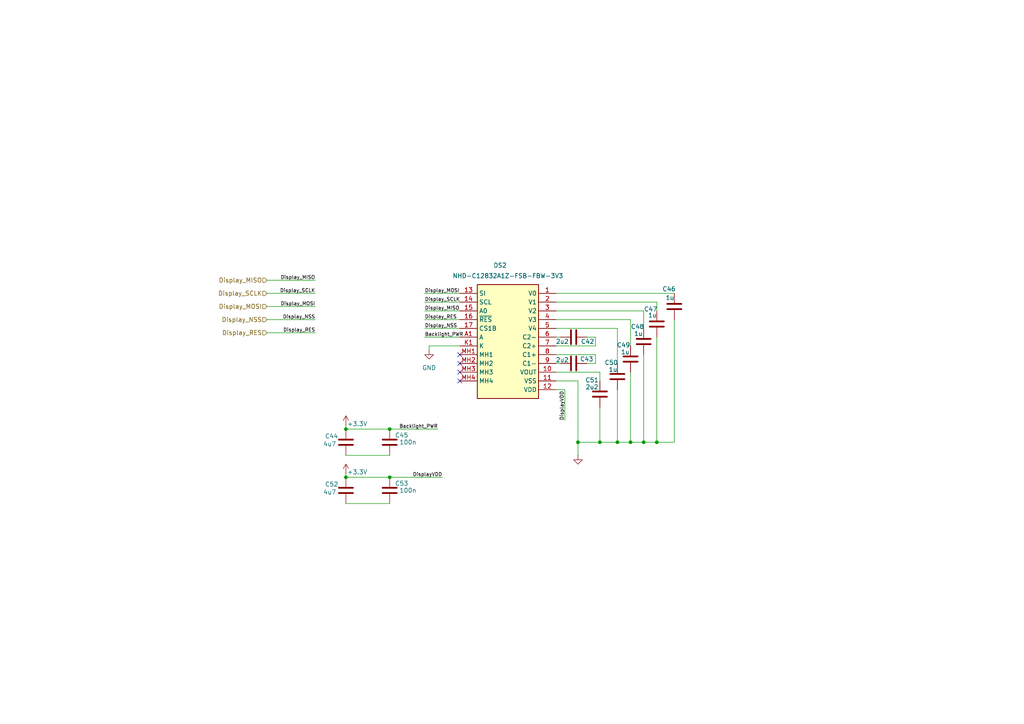
<source format=kicad_sch>
(kicad_sch (version 20250114) (generator "eeschema") (generator_version "9.0")
  (paper "A4")
  (lib_symbols
    (symbol "Device:C" (pin_numbers (hide yes)) (pin_names (offset 0.254))
      (property "Reference" "C" (at 0.635 2.54 0))
      (property "Value" "C" (at 0.635 -2.54 0))
      (symbol "C_0_1"
        (polyline (pts (xy -2.032 0.762) (xy 2.032 0.762)) (stroke (width 0.508)))
        (polyline (pts (xy -2.032 -0.762) (xy 2.032 -0.762)) (stroke (width 0.508)))
      )
      (symbol "C_1_1"
        (pin passive line (at 0 3.81 270) (length 2.794) (name "~") (number "1"))
        (pin passive line (at 0 -3.81 90) (length 2.794) (name "~") (number "2"))
      )
    )
    (symbol "NHD-C12832A1Z-FSB-FBW-3V3:NHD-C12832A1Z-FSB-FBW-3V3"
      (property "Reference" "DS" (at 24.13 7.62 0))
      (property "Value" "NHD-C12832A1Z-FSB-FBW-3V3" (at 24.13 5.08 0))
      (symbol "NHD-C12832A1Z-FSB-FBW-3V3_1_1"
        (rectangle (start 5.08 2.54) (end 22.86 -30.48) (stroke (width 0.254)) (fill (type background)))
        (pin passive line (at 0 0 0) (length 5.08) (name "V0") (number "1"))
        (pin passive line (at 0 -2.54 0) (length 5.08) (name "V1") (number "2"))
        (pin passive line (at 0 -5.08 0) (length 5.08) (name "V2") (number "3"))
        (pin passive line (at 0 -7.62 0) (length 5.08) (name "V3") (number "4"))
        (pin passive line (at 0 -10.16 0) (length 5.08) (name "V4") (number "5"))
        (pin passive line (at 0 -12.7 0) (length 5.08) (name "C2-") (number "6"))
        (pin passive line (at 0 -15.24 0) (length 5.08) (name "C2+") (number "7"))
        (pin passive line (at 0 -17.78 0) (length 5.08) (name "C1+") (number "8"))
        (pin passive line (at 0 -20.32 0) (length 5.08) (name "C1-") (number "9"))
        (pin passive line (at 0 -22.86 0) (length 5.08) (name "VOUT") (number "10"))
        (pin passive line (at 0 -25.4 0) (length 5.08) (name "VSS") (number "11"))
        (pin passive line (at 0 -27.94 0) (length 5.08) (name "VDD") (number "12"))
        (pin passive line (at 27.94 0 180) (length 5.08) (name "SI") (number "13"))
        (pin passive line (at 27.94 -2.54 180) (length 5.08) (name "SCL") (number "14"))
        (pin passive line (at 27.94 -5.08 180) (length 5.08) (name "A0") (number "15"))
        (pin passive line (at 27.94 -7.62 180) (length 5.08) (name "~{RES}") (number "16"))
        (pin passive line (at 27.94 -10.16 180) (length 5.08) (name "CS1B") (number "17"))
        (pin passive line (at 27.94 -12.7 180) (length 5.08) (name "A") (number "A1"))
        (pin passive line (at 27.94 -15.24 180) (length 5.08) (name "K") (number "K1"))
        (pin passive line (at 27.94 -17.78 180) (length 5.08) (name "MH1") (number "MH1"))
        (pin passive line (at 27.94 -20.32 180) (length 5.08) (name "MH2") (number "MH2"))
        (pin passive line (at 27.94 -22.86 180) (length 5.08) (name "MH3") (number "MH3"))
        (pin passive line (at 27.94 -25.4 180) (length 5.08) (name "MH4") (number "MH4"))
      )
    )
    (symbol "power:+3.3V" (power) (pin_numbers (hide yes)) (pin_names (offset 0) (hide yes))
      (property "Value" "+3.3V" (at 0 3.556 0))
      (symbol "+3.3V_0_1"
        (polyline (pts (xy -0.762 1.27) (xy 0 2.54)))
        (polyline (pts (xy 0 2.54) (xy 0.762 1.27)))
        (polyline (pts (xy 0 0) (xy 0 2.54)))
      )
      (symbol "+3.3V_1_1"
        (pin power_in line (at 0 0 90) (length 0) (name "~") (number "1"))
      )
    )
    (symbol "power:GND" (power) (pin_numbers (hide yes)) (pin_names (offset 0) (hide yes))
      (property "Value" "GND" (at 0 -3.81 0))
      (symbol "GND_0_1"
        (polyline (pts (xy 0 0) (xy 0 -1.27) (xy 1.27 -1.27) (xy 0 -2.54) (xy -1.27 -1.27) (xy 0 -1.27)))
      )
      (symbol "GND_1_1"
        (pin power_in line (at 0 0 270) (length 0) (name "~") (number "1"))
      )
    )
  )
  (junction (at 179.07 128.27))
  (junction (at 100.33 124.46))
  (junction (at 113.03 124.46))
  (junction (at 100.33 138.43))
  (junction (at 173.99 128.27))
  (junction (at 186.69 128.27))
  (junction (at 190.5 128.27))
  (junction (at 113.03 138.43))
  (junction (at 167.64 128.27))
  (junction (at 182.88 128.27))
  (no_connect (at 133.35 102.87))
  (no_connect (at 133.35 110.49))
  (no_connect (at 133.35 107.95))
  (no_connect (at 133.35 105.41))
  (wire (pts (xy 113.03 132.08) (xy 100.33 132.08)))
  (wire (pts (xy 100.33 124.46) (xy 113.03 124.46)))
  (wire (pts (xy 190.5 128.27) (xy 186.69 128.27)))
  (wire (pts (xy 113.03 124.46) (xy 127 124.46)))
  (wire (pts (xy 161.29 113.03) (xy 163.83 113.03)))
  (wire (pts (xy 195.58 128.27) (xy 190.5 128.27)))
  (wire (pts (xy 161.29 95.25) (xy 179.07 95.25)))
  (wire (pts (xy 186.69 102.87) (xy 186.69 128.27)))
  (wire (pts (xy 172.72 100.33) (xy 172.72 97.79)))
  (wire (pts (xy 182.88 92.71) (xy 182.88 100.33)))
  (wire (pts (xy 113.03 138.43) (xy 128.27 138.43)))
  (wire (pts (xy 182.88 128.27) (xy 179.07 128.27)))
  (wire (pts (xy 186.69 90.17) (xy 186.69 95.25)))
  (wire (pts (xy 195.58 85.09) (xy 161.29 85.09)))
  (wire (pts (xy 161.29 92.71) (xy 182.88 92.71)))
  (wire (pts (xy 172.72 102.87) (xy 172.72 105.41)))
  (wire (pts (xy 167.64 128.27) (xy 167.64 132.08)))
  (wire (pts (xy 77.47 85.09) (xy 91.44 85.09)))
  (wire (pts (xy 172.72 100.33) (xy 161.29 100.33)))
  (wire (pts (xy 113.03 146.05) (xy 100.33 146.05)))
  (wire (pts (xy 100.33 138.43) (xy 113.03 138.43)))
  (wire (pts (xy 161.29 107.95) (xy 173.99 107.95)))
  (wire (pts (xy 123.19 95.25) (xy 133.35 95.25)))
  (wire (pts (xy 162.56 97.79) (xy 161.29 97.79)))
  (wire (pts (xy 100.33 137.16) (xy 100.33 138.43)))
  (wire (pts (xy 133.35 97.79) (xy 123.19 97.79)))
  (wire (pts (xy 179.07 128.27) (xy 173.99 128.27)))
  (wire (pts (xy 182.88 107.95) (xy 182.88 128.27)))
  (wire (pts (xy 161.29 110.49) (xy 167.64 110.49)))
  (wire (pts (xy 161.29 87.63) (xy 190.5 87.63)))
  (wire (pts (xy 123.19 92.71) (xy 133.35 92.71)))
  (wire (pts (xy 100.33 123.19) (xy 100.33 124.46)))
  (wire (pts (xy 173.99 118.11) (xy 173.99 128.27)))
  (wire (pts (xy 190.5 97.79) (xy 190.5 128.27)))
  (wire (pts (xy 77.47 92.71) (xy 91.44 92.71)))
  (wire (pts (xy 77.47 81.28) (xy 91.44 81.28)))
  (wire (pts (xy 123.19 87.63) (xy 133.35 87.63)))
  (wire (pts (xy 172.72 105.41) (xy 170.18 105.41)))
  (wire (pts (xy 123.19 85.09) (xy 133.35 85.09)))
  (wire (pts (xy 123.19 90.17) (xy 133.35 90.17)))
  (wire (pts (xy 186.69 128.27) (xy 182.88 128.27)))
  (wire (pts (xy 161.29 102.87) (xy 172.72 102.87)))
  (wire (pts (xy 179.07 95.25) (xy 179.07 105.41)))
  (wire (pts (xy 124.46 100.33) (xy 133.35 100.33)))
  (wire (pts (xy 161.29 90.17) (xy 186.69 90.17)))
  (wire (pts (xy 77.47 96.52) (xy 91.44 96.52)))
  (wire (pts (xy 173.99 128.27) (xy 167.64 128.27)))
  (wire (pts (xy 161.29 105.41) (xy 162.56 105.41)))
  (wire (pts (xy 179.07 113.03) (xy 179.07 128.27)))
  (wire (pts (xy 195.58 92.71) (xy 195.58 128.27)))
  (wire (pts (xy 124.46 101.6) (xy 124.46 100.33)))
  (wire (pts (xy 163.83 113.03) (xy 163.83 121.92)))
  (wire (pts (xy 167.64 110.49) (xy 167.64 128.27)))
  (wire (pts (xy 190.5 87.63) (xy 190.5 90.17)))
  (wire (pts (xy 173.99 107.95) (xy 173.99 110.49)))
  (wire (pts (xy 77.47 88.9) (xy 91.44 88.9)))
  (wire (pts (xy 172.72 97.79) (xy 170.18 97.79)))
  (label "Display_NSS" (at 123.19 95.25 0) (effects (font (size 1.016 1.016))))
  (label "Backlight_PWR" (at 127 124.46 180) (effects (font (size 1.016 1.016))))
  (label "Display_MISO" (at 91.44 81.28 180) (effects (font (size 1.016 1.016))))
  (label "Backlight_PWR" (at 123.19 97.79 0) (effects (font (size 1.016 1.016))))
  (label "Display_SCLK" (at 123.19 87.63 0) (effects (font (size 1.016 1.016))))
  (label "Display_MISO" (at 123.19 90.17 0) (effects (font (size 1.016 1.016))))
  (label "DisplayVDD" (at 128.27 138.43 180) (effects (font (size 1.016 1.016))))
  (label "Display_SCLK" (at 91.44 85.09 180) (effects (font (size 1.016 1.016))))
  (label "Display_RES" (at 123.19 92.71 0) (effects (font (size 1.016 1.016))))
  (label "Display_MOSI" (at 123.19 85.09 0) (effects (font (size 1.016 1.016))))
  (label "Display_NSS" (at 91.44 92.71 180) (effects (font (size 1.016 1.016))))
  (label "DisplayVDD" (at 163.83 121.92 90) (effects (font (size 1.016 1.016))))
  (label "Display_MOSI" (at 91.44 88.9 180) (effects (font (size 1.016 1.016))))
  (label "Display_RES" (at 91.44 96.52 180) (effects (font (size 1.016 1.016))))
  (hierarchical_label "Display_NSS" (shape input) (at 77.47 92.71 180))
  (hierarchical_label "Display_RES" (shape input) (at 77.47 96.52 180))
  (hierarchical_label "Display_MOSI" (shape input) (at 77.47 88.9 180))
  (hierarchical_label "Display_SCLK" (shape input) (at 77.47 85.09 180))
  (hierarchical_label "Display_MISO" (shape input) (at 77.47 81.28 180))
  (symbol (lib_id "Device:C") (at 190.5 93.98 0) (mirror x) (unit 1)
    (property "Reference" "C47" (at 188.722 89.662 0))
    (property "Value" "1u" (at 189.23 91.44 0))
    (property "Description" "Unpolarized capacitor" (effects (hide yes)))
  )
  (symbol (lib_id "Device:C") (at 182.88 104.14 0) (mirror x) (unit 1)
    (property "Reference" "C49" (at 180.848 100.076 0))
    (property "Value" "1u" (at 181.356 102.108 0))
    (property "Description" "Unpolarized capacitor" (effects (hide yes)))
  )
  (symbol (lib_id "Device:C") (at 166.37 97.79 270) (mirror x) (unit 1)
    (property "Reference" "C42" (at 170.434 99.06 90))
    (property "Value" "2u2" (at 163.068 99.06 90))
    (property "Description" "Unpolarized capacitor" (effects (hide yes)))
  )
  (symbol (lib_id "Device:C") (at 186.69 99.06 0) (mirror x) (unit 1)
    (property "Reference" "C48" (at 184.912 94.742 0))
    (property "Value" "1u" (at 185.166 96.774 0))
    (property "Description" "Unpolarized capacitor" (effects (hide yes)))
  )
  (symbol (lib_id "Device:C") (at 113.03 142.24 0) (unit 1)
    (property "Reference" "C53" (at 114.554 140.208 0) (effects (justify left)))
    (property "Value" "100n" (at 115.824 142.24 0) (effects (justify left)))
    (property "Description" "Unpolarized capacitor" (effects (hide yes)))
  )
  (symbol (lib_id "Device:C") (at 113.03 128.27 0) (unit 1)
    (property "Reference" "C45" (at 114.554 126.238 0) (effects (justify left)))
    (property "Value" "100n" (at 115.824 128.27 0) (effects (justify left)))
    (property "Description" "Unpolarized capacitor" (effects (hide yes)))
  )
  (symbol (lib_id "Device:C") (at 100.33 142.24 0) (unit 1)
    (property "Reference" "C52" (at 94.234 140.462 0) (effects (justify left)))
    (property "Value" "4u7" (at 93.726 142.748 0) (effects (justify left)))
    (property "Description" "Unpolarized capacitor" (effects (hide yes)))
  )
  (symbol (lib_id "Device:C") (at 195.58 88.9 0) (mirror x) (unit 1)
    (property "Reference" "C46" (at 194.056 83.82 0))
    (property "Value" "1u" (at 194.31 86.36 0))
    (property "Description" "Unpolarized capacitor" (effects (hide yes)))
  )
  (symbol (lib_id "Device:C") (at 179.07 109.22 0) (mirror x) (unit 1)
    (property "Reference" "C50" (at 177.292 105.156 0))
    (property "Value" "1u" (at 177.8 107.188 0))
    (property "Description" "Unpolarized capacitor" (effects (hide yes)))
  )
  (symbol (lib_id "power:GND") (at 124.46 101.6 0) (mirror y) (unit 1)
    (property "Reference" "#PWR046" (effects (hide yes)))
    (property "Value" "GND" (at 124.46 106.68 0))
    (property "Description" "Power symbol creates a global label with name \"GND\" , ground" (effects (hide yes)))
  )
  (symbol (lib_id "Device:C") (at 166.37 105.41 270) (mirror x) (unit 1)
    (property "Reference" "C43" (at 170.18 104.14 90))
    (property "Value" "2u2" (at 163.068 104.394 90))
    (property "Description" "Unpolarized capacitor" (effects (hide yes)))
  )
  (symbol (lib_id "power:+3.3V") (at 100.33 137.16 0) (mirror y) (unit 1)
    (property "Reference" "#PWR048" (effects (hide yes)))
    (property "Value" "+3.3V" (at 103.632 136.906 0))
    (property "Description" "Power symbol creates a global label with name \"+3.3V\"" (effects (hide yes)))
  )
  (symbol (lib_id "NHD-C12832A1Z-FSB-FBW-3V3:NHD-C12832A1Z-FSB-FBW-3V3") (at 161.29 85.09 0) (mirror y) (unit 1)
    (property "Reference" "DS2" (at 145.034 76.962 0))
    (property "Value" "NHD-C12832A1Z-FSB-FBW-3V3" (at 147.32 80.01 0))
    (property "Footprint" "NHDC12832A1ZFSBFBW3V3" (effects (hide yes)))
    (property "Datasheet" "http://www.newhavendisplay.com/specs/NHD-C12832A1Z-FSB-FBW-3V3.pdf" (effects (hide yes)))
    (property "Description" "LCD Graphic Display Modules & Accessories FSTN+ Blue 128x32 3V" (effects (hide yes)))
    (property "Height" "4.3" (effects (hide yes)))
    (property "Mouser Part Number" "763-C12832A1ZFSBFBW3" (effects (hide yes)))
    (property "Mouser Price/Stock" "https://www.mouser.co.uk/ProductDetail/Newhaven-Display/NHD-C12832A1Z-FSB-FBW-3V3?qs=krDt2o00aZcpVcOy6FZsbw%3D%3D" (effects (hide yes)))
    (property "Manufacturer_Name" "Newhaven Display" (effects (hide yes)))
    (property "Manufacturer_Part_Number" "NHD-C12832A1Z-FSB-FBW-3V3" (effects (hide yes)))
  )
  (symbol (lib_id "power:GND") (at 167.64 132.08 0) (unit 1)
    (property "Reference" "#PWR049" (effects (hide yes)))
    (property "Value" "GND" (effects (hide yes)))
    (property "Description" "Power symbol creates a global label with name \"GND\" , ground" (effects (hide yes)))
  )
  (symbol (lib_id "power:+3.3V") (at 100.33 123.19 0) (mirror y) (unit 1)
    (property "Reference" "#PWR047" (effects (hide yes)))
    (property "Value" "+3.3V" (at 103.632 122.936 0))
    (property "Description" "Power symbol creates a global label with name \"+3.3V\"" (effects (hide yes)))
  )
  (symbol (lib_id "Device:C") (at 100.33 128.27 0) (unit 1)
    (property "Reference" "C44" (at 94.234 126.492 0) (effects (justify left)))
    (property "Value" "4u7" (at 93.726 128.778 0) (effects (justify left)))
    (property "Description" "Unpolarized capacitor" (effects (hide yes)))
  )
  (symbol (lib_id "Device:C") (at 173.99 114.3 0) (mirror x) (unit 1)
    (property "Reference" "C51" (at 171.704 110.236 0))
    (property "Value" "2u2" (at 171.704 112.268 0))
    (property "Description" "Unpolarized capacitor" (effects (hide yes)))
  )
)
</source>
